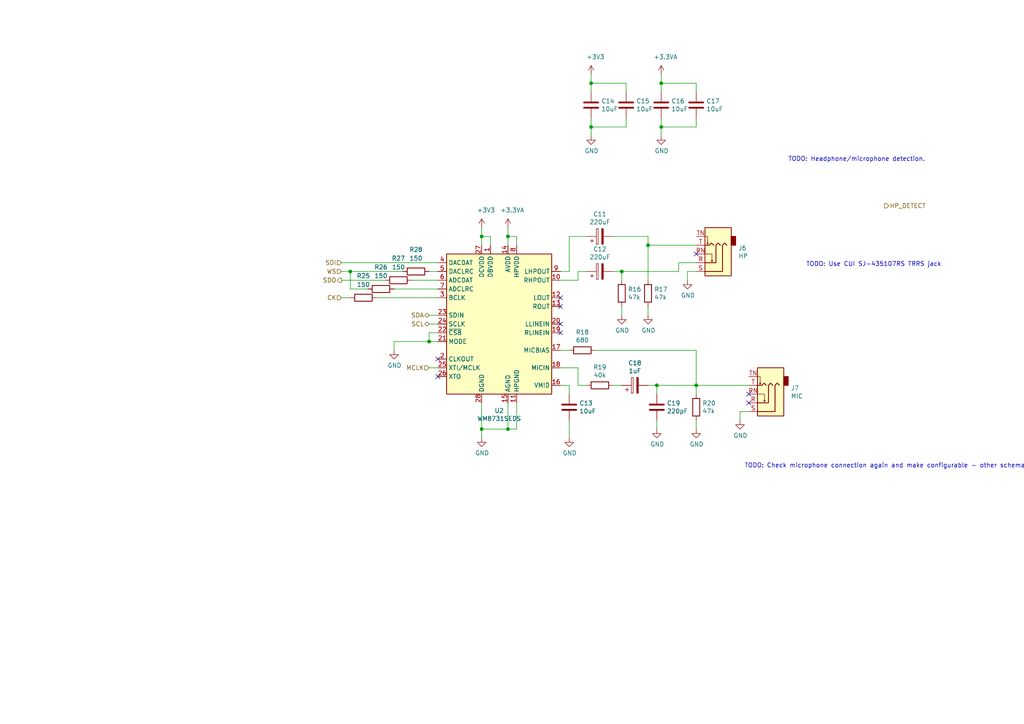
<source format=kicad_sch>
(kicad_sch (version 20201015) (generator eeschema)
  (page 1 7)
  (paper "A4")
  (lib_symbols
    (symbol "Audio:WM8731SEDS"
      (property "Reference" "U" (at -13.97 21.59 0))
      (property "Value" "WM8731SEDS" (at 0 5.08 0))
      (symbol "WM8731SEDS_0_1"
        (rectangle (start -15.24 20.32) (end 15.24 -20.32) (stroke (width 0.254)) (fill (type background)))
      )
      (symbol "WM8731SEDS_1_1"
        (pin power_in line (at -2.54 22.86 270) (length 2.54) (name "DBVDD") (number "1"))
        (pin output line (at 17.78 12.7 180) (length 2.54) (name "RHPOUT") (number "10"))
        (pin power_in line (at 5.08 -22.86 90) (length 2.54) (name "HPGND") (number "11"))
        (pin output line (at 17.78 7.62 180) (length 2.54) (name "LOUT") (number "12"))
        (pin output line (at 17.78 5.08 180) (length 2.54) (name "ROUT") (number "13"))
        (pin power_in line (at 2.54 22.86 270) (length 2.54) (name "AVDD") (number "14"))
        (pin power_in line (at 2.54 -22.86 90) (length 2.54) (name "AGND") (number "15"))
        (pin passive line (at 17.78 -17.78 180) (length 2.54) (name "VMID") (number "16"))
        (pin output line (at 17.78 -7.62 180) (length 2.54) (name "MICBIAS") (number "17"))
        (pin input line (at 17.78 -12.7 180) (length 2.54) (name "MICIN") (number "18"))
        (pin input line (at 17.78 -2.54 180) (length 2.54) (name "RLINEIN") (number "19"))
        (pin output line (at -17.78 -10.16 0) (length 2.54) (name "CLKOUT") (number "2"))
        (pin input line (at 17.78 0 180) (length 2.54) (name "LLINEIN") (number "20"))
        (pin input line (at -17.78 -5.08 0) (length 2.54) (name "MODE") (number "21"))
        (pin input line (at -17.78 -2.54 0) (length 2.54) (name "~CSB") (number "22"))
        (pin bidirectional line (at -17.78 2.54 0) (length 2.54) (name "SDIN") (number "23"))
        (pin input line (at -17.78 0 0) (length 2.54) (name "SCLK") (number "24"))
        (pin input line (at -17.78 -12.7 0) (length 2.54) (name "XTI/MCLK") (number "25"))
        (pin output line (at -17.78 -15.24 0) (length 2.54) (name "XTO") (number "26"))
        (pin power_in line (at -5.08 22.86 270) (length 2.54) (name "DCVDD") (number "27"))
        (pin power_in line (at -5.08 -22.86 90) (length 2.54) (name "DGND") (number "28"))
        (pin bidirectional line (at -17.78 7.62 0) (length 2.54) (name "BCLK") (number "3"))
        (pin input line (at -17.78 17.78 0) (length 2.54) (name "DACDAT") (number "4"))
        (pin bidirectional line (at -17.78 15.24 0) (length 2.54) (name "DACLRC") (number "5"))
        (pin output line (at -17.78 12.7 0) (length 2.54) (name "ADCDAT") (number "6"))
        (pin bidirectional line (at -17.78 10.16 0) (length 2.54) (name "ADCLRC") (number "7"))
        (pin power_in line (at 5.08 22.86 270) (length 2.54) (name "HPVDD") (number "8"))
        (pin output line (at 17.78 15.24 180) (length 2.54) (name "LHPOUT") (number "9"))
      )
    )
    (symbol "Connector:AudioJack3_SwitchTR"
      (property "Reference" "J" (at 0 8.89 0))
      (property "Value" "AudioJack3_SwitchTR" (at 0 6.35 0))
      (symbol "AudioJack3_SwitchTR_0_1"
        (rectangle (start -5.08 -5.08) (end -6.35 -7.62) (stroke (width 0.254)) (fill (type outline)))
        (rectangle (start 2.54 3.81) (end -5.08 -10.16) (stroke (width 0.254)) (fill (type background)))
        (polyline (pts (xy 0.508 -0.254) (xy 0.762 -0.762)))
        (polyline (pts (xy 1.778 -5.334) (xy 2.032 -5.842)))
        (polyline (pts (xy 0 -5.08) (xy 0.635 -5.715) (xy 1.27 -5.08) (xy 2.54 -5.08)) (stroke (width 0.254)))
        (polyline (pts (xy 2.54 -7.62) (xy 1.778 -7.62) (xy 1.778 -5.334) (xy 1.524 -5.842)))
        (polyline (pts (xy 2.54 -2.54) (xy 0.508 -2.54) (xy 0.508 -0.254) (xy 0.254 -0.762)))
        (polyline (pts (xy -1.905 -5.08) (xy -1.27 -5.715) (xy -0.635 -5.08) (xy -0.635 0) (xy 2.54 0)) (stroke (width 0.254)))
        (polyline (pts (xy 2.54 2.54) (xy -2.54 2.54) (xy -2.54 -5.08) (xy -3.175 -5.715) (xy -3.81 -5.08)) (stroke (width 0.254)))
      )
      (symbol "AudioJack3_SwitchTR_1_1"
        (pin passive line (at 5.08 0 180) (length 2.54) (name "~") (number "R"))
        (pin passive line (at 5.08 -2.54 180) (length 2.54) (name "~") (number "RN"))
        (pin passive line (at 5.08 2.54 180) (length 2.54) (name "~") (number "S"))
        (pin passive line (at 5.08 -5.08 180) (length 2.54) (name "~") (number "T"))
        (pin passive line (at 5.08 -7.62 180) (length 2.54) (name "~") (number "TN"))
      )
    )
    (symbol "Device:C" (pin_numbers hide) (pin_names (offset 0.254))
      (property "Reference" "C" (at 0.635 2.54 0))
      (property "Value" "C" (at 0.635 -2.54 0))
      (symbol "C_0_1"
        (polyline (pts (xy -2.032 -0.762) (xy 2.032 -0.762)) (stroke (width 0.508)))
        (polyline (pts (xy -2.032 0.762) (xy 2.032 0.762)) (stroke (width 0.508)))
      )
      (symbol "C_1_1"
        (pin passive line (at 0 3.81 270) (length 2.794) (name "~") (number "1"))
        (pin passive line (at 0 -3.81 90) (length 2.794) (name "~") (number "2"))
      )
    )
    (symbol "Device:C_Polarized" (pin_numbers hide) (pin_names (offset 0.254))
      (property "Reference" "C" (at 0.635 2.54 0))
      (property "Value" "C_Polarized" (at 0.635 -2.54 0))
      (symbol "C_Polarized_0_1"
        (rectangle (start -2.286 0.508) (end 2.286 1.016))
        (rectangle (start 2.286 -0.508) (end -2.286 -1.016) (fill (type outline)))
        (polyline (pts (xy -1.778 2.286) (xy -0.762 2.286)))
        (polyline (pts (xy -1.27 2.794) (xy -1.27 1.778)))
      )
      (symbol "C_Polarized_1_1"
        (pin passive line (at 0 3.81 270) (length 2.794) (name "~") (number "1"))
        (pin passive line (at 0 -3.81 90) (length 2.794) (name "~") (number "2"))
      )
    )
    (symbol "Device:R" (pin_numbers hide) (pin_names (offset 0))
      (property "Reference" "R" (at 2.032 0 90))
      (property "Value" "R" (at 0 0 90))
      (symbol "R_0_1"
        (rectangle (start -1.016 -2.54) (end 1.016 2.54) (stroke (width 0.254)))
      )
      (symbol "R_1_1"
        (pin passive line (at 0 3.81 270) (length 1.27) (name "~") (number "1"))
        (pin passive line (at 0 -3.81 90) (length 1.27) (name "~") (number "2"))
      )
    )
    (symbol "power:+3.3VA" (power) (pin_names (offset 0))
      (property "Value" "+3.3VA" (at 0 3.556 0))
      (symbol "+3.3VA_0_1"
        (polyline (pts (xy -0.762 1.27) (xy 0 2.54)))
        (polyline (pts (xy 0 0) (xy 0 2.54)))
        (polyline (pts (xy 0 2.54) (xy 0.762 1.27)))
      )
      (symbol "+3.3VA_1_1"
        (pin power_in line (at 0 0 90) (length 0) hide (name "+3.3VA") (number "1"))
      )
    )
    (symbol "power:+3V3" (power) (pin_names (offset 0))
      (property "Value" "+3V3" (at 0 3.556 0))
      (symbol "+3V3_0_1"
        (polyline (pts (xy -0.762 1.27) (xy 0 2.54)))
        (polyline (pts (xy 0 0) (xy 0 2.54)))
        (polyline (pts (xy 0 2.54) (xy 0.762 1.27)))
      )
      (symbol "+3V3_1_1"
        (pin power_in line (at 0 0 90) (length 0) hide (name "+3V3") (number "1"))
      )
    )
    (symbol "power:GND" (power) (pin_names (offset 0))
      (property "Value" "GND" (at 0 -3.81 0))
      (symbol "GND_0_1"
        (polyline (pts (xy 0 0) (xy 0 -1.27) (xy 1.27 -1.27) (xy 0 -2.54) (xy -1.27 -1.27) (xy 0 -1.27)))
      )
      (symbol "GND_1_1"
        (pin power_in line (at 0 0 270) (length 0) hide (name "GND") (number "1"))
      )
    )
  )
  (junction (at 101.6 78.74) (diameter 0.9144))
  (junction (at 124.46 99.06) (diameter 0.9144))
  (junction (at 139.7 68.58) (diameter 0.9144))
  (junction (at 139.7 124.46) (diameter 0.9144))
  (junction (at 147.32 68.58) (diameter 0.9144))
  (junction (at 147.32 124.46) (diameter 0.9144))
  (junction (at 171.45 24.13) (diameter 0.9144))
  (junction (at 171.45 36.83) (diameter 0.9144))
  (junction (at 180.34 78.74) (diameter 0.9144))
  (junction (at 187.96 71.12) (diameter 0.9144))
  (junction (at 190.5 111.76) (diameter 0.9144))
  (junction (at 191.77 24.13) (diameter 0.9144))
  (junction (at 191.77 36.83) (diameter 0.9144))
  (junction (at 201.93 111.76) (diameter 0.9144))
  (no_connect (at 217.17 116.84))
  (no_connect (at 162.56 86.36))
  (no_connect (at 217.17 114.3))
  (no_connect (at 162.56 93.98))
  (no_connect (at 162.56 88.9))
  (no_connect (at 127 109.22))
  (no_connect (at 162.56 96.52))
  (no_connect (at 201.93 73.66))
  (no_connect (at 127 104.14))
  (wire (pts (xy 99.06 76.2) (xy 127 76.2)))
  (wire (pts (xy 99.06 78.74) (xy 101.6 78.74)))
  (wire (pts (xy 99.06 81.28) (xy 111.76 81.28)))
  (wire (pts (xy 99.06 86.36) (xy 101.6 86.36)))
  (wire (pts (xy 101.6 78.74) (xy 101.6 83.82)))
  (wire (pts (xy 101.6 78.74) (xy 116.84 78.74)))
  (wire (pts (xy 101.6 83.82) (xy 106.68 83.82)))
  (wire (pts (xy 109.22 86.36) (xy 127 86.36)))
  (wire (pts (xy 114.3 83.82) (xy 127 83.82)))
  (wire (pts (xy 114.3 99.06) (xy 124.46 99.06)))
  (wire (pts (xy 114.3 101.6) (xy 114.3 99.06)))
  (wire (pts (xy 119.38 81.28) (xy 127 81.28)))
  (wire (pts (xy 124.46 78.74) (xy 127 78.74)))
  (wire (pts (xy 124.46 91.44) (xy 127 91.44)))
  (wire (pts (xy 124.46 93.98) (xy 127 93.98)))
  (wire (pts (xy 124.46 96.52) (xy 124.46 99.06)))
  (wire (pts (xy 124.46 99.06) (xy 127 99.06)))
  (wire (pts (xy 124.46 106.68) (xy 127 106.68)))
  (wire (pts (xy 127 96.52) (xy 124.46 96.52)))
  (wire (pts (xy 139.7 66.04) (xy 139.7 68.58)))
  (wire (pts (xy 139.7 68.58) (xy 142.24 68.58)))
  (wire (pts (xy 139.7 71.12) (xy 139.7 68.58)))
  (wire (pts (xy 139.7 124.46) (xy 139.7 116.84)))
  (wire (pts (xy 139.7 124.46) (xy 139.7 127)))
  (wire (pts (xy 142.24 71.12) (xy 142.24 68.58)))
  (wire (pts (xy 147.32 66.04) (xy 147.32 68.58)))
  (wire (pts (xy 147.32 68.58) (xy 149.86 68.58)))
  (wire (pts (xy 147.32 71.12) (xy 147.32 68.58)))
  (wire (pts (xy 147.32 116.84) (xy 147.32 124.46)))
  (wire (pts (xy 147.32 124.46) (xy 139.7 124.46)))
  (wire (pts (xy 149.86 68.58) (xy 149.86 71.12)))
  (wire (pts (xy 149.86 116.84) (xy 149.86 124.46)))
  (wire (pts (xy 149.86 124.46) (xy 147.32 124.46)))
  (wire (pts (xy 162.56 78.74) (xy 165.1 78.74)))
  (wire (pts (xy 162.56 81.28) (xy 167.64 81.28)))
  (wire (pts (xy 162.56 101.6) (xy 165.1 101.6)))
  (wire (pts (xy 162.56 106.68) (xy 167.64 106.68)))
  (wire (pts (xy 162.56 111.76) (xy 165.1 111.76)))
  (wire (pts (xy 165.1 68.58) (xy 170.18 68.58)))
  (wire (pts (xy 165.1 78.74) (xy 165.1 68.58)))
  (wire (pts (xy 165.1 114.3) (xy 165.1 111.76)))
  (wire (pts (xy 165.1 121.92) (xy 165.1 127)))
  (wire (pts (xy 167.64 78.74) (xy 170.18 78.74)))
  (wire (pts (xy 167.64 81.28) (xy 167.64 78.74)))
  (wire (pts (xy 167.64 106.68) (xy 167.64 111.76)))
  (wire (pts (xy 167.64 111.76) (xy 170.18 111.76)))
  (wire (pts (xy 171.45 21.59) (xy 171.45 24.13)))
  (wire (pts (xy 171.45 24.13) (xy 181.61 24.13)))
  (wire (pts (xy 171.45 26.67) (xy 171.45 24.13)))
  (wire (pts (xy 171.45 34.29) (xy 171.45 36.83)))
  (wire (pts (xy 171.45 36.83) (xy 171.45 39.37)))
  (wire (pts (xy 171.45 36.83) (xy 181.61 36.83)))
  (wire (pts (xy 177.8 68.58) (xy 187.96 68.58)))
  (wire (pts (xy 177.8 78.74) (xy 180.34 78.74)))
  (wire (pts (xy 177.8 111.76) (xy 180.34 111.76)))
  (wire (pts (xy 180.34 78.74) (xy 180.34 81.28)))
  (wire (pts (xy 180.34 88.9) (xy 180.34 91.44)))
  (wire (pts (xy 181.61 26.67) (xy 181.61 24.13)))
  (wire (pts (xy 181.61 34.29) (xy 181.61 36.83)))
  (wire (pts (xy 187.96 68.58) (xy 187.96 71.12)))
  (wire (pts (xy 187.96 71.12) (xy 187.96 81.28)))
  (wire (pts (xy 187.96 91.44) (xy 187.96 88.9)))
  (wire (pts (xy 187.96 111.76) (xy 190.5 111.76)))
  (wire (pts (xy 190.5 111.76) (xy 190.5 114.3)))
  (wire (pts (xy 190.5 121.92) (xy 190.5 124.46)))
  (wire (pts (xy 191.77 21.59) (xy 191.77 24.13)))
  (wire (pts (xy 191.77 24.13) (xy 201.93 24.13)))
  (wire (pts (xy 191.77 26.67) (xy 191.77 24.13)))
  (wire (pts (xy 191.77 36.83) (xy 191.77 34.29)))
  (wire (pts (xy 191.77 36.83) (xy 191.77 39.37)))
  (wire (pts (xy 191.77 36.83) (xy 201.93 36.83)))
  (wire (pts (xy 196.85 76.2) (xy 196.85 78.74)))
  (wire (pts (xy 196.85 78.74) (xy 180.34 78.74)))
  (wire (pts (xy 199.39 78.74) (xy 199.39 81.28)))
  (wire (pts (xy 201.93 24.13) (xy 201.93 26.67)))
  (wire (pts (xy 201.93 36.83) (xy 201.93 34.29)))
  (wire (pts (xy 201.93 71.12) (xy 187.96 71.12)))
  (wire (pts (xy 201.93 76.2) (xy 196.85 76.2)))
  (wire (pts (xy 201.93 78.74) (xy 199.39 78.74)))
  (wire (pts (xy 201.93 101.6) (xy 172.72 101.6)))
  (wire (pts (xy 201.93 111.76) (xy 190.5 111.76)))
  (wire (pts (xy 201.93 111.76) (xy 201.93 101.6)))
  (wire (pts (xy 201.93 114.3) (xy 201.93 111.76)))
  (wire (pts (xy 201.93 124.46) (xy 201.93 121.92)))
  (wire (pts (xy 214.63 119.38) (xy 214.63 121.92)))
  (wire (pts (xy 217.17 111.76) (xy 201.93 111.76)))
  (wire (pts (xy 217.17 119.38) (xy 214.63 119.38)))
  (text "TODO: Check microphone connection again and make configurable - other schematics connect only the ring!" (at 215.9 135.89 0) (effects (font (size 1.27 1.27)) (justify left bottom)))
  (text "TODO: Headphone/microphone detection." (at 228.6 46.99 0) (effects (font (size 1.27 1.27)) (justify left bottom)))
  (text "TODO: Use CUI SJ-435107RS TRRS jack" (at 273.05 77.47 180) (effects (font (size 1.27 1.27)) (justify right bottom)))
  (hierarchical_label "SDI" (shape input) (at 99.06 76.2 180))
  (hierarchical_label "WS" (shape input) (at 99.06 78.74 180))
  (hierarchical_label "SDO" (shape output) (at 99.06 81.28 180))
  (hierarchical_label "CK" (shape input) (at 99.06 86.36 180))
  (hierarchical_label "SDA" (shape bidirectional) (at 124.46 91.44 180))
  (hierarchical_label "SCL" (shape bidirectional) (at 124.46 93.98 180))
  (hierarchical_label "MCLK" (shape input) (at 124.46 106.68 180))
  (hierarchical_label "HP_DETECT" (shape output) (at 256.54 59.69 0))
  (symbol (lib_id "power:+3V3") (at 139.7 66.04 0) (unit 1)
    (property "Reference" "#PWR0154" (effects hide))
    (property "Value" "+3V3" (at 140.97 60.96 0))
  )
  (symbol (lib_id "power:+3.3VA") (at 147.32 66.04 0) (unit 1)
    (property "Reference" "#PWR0155" (effects hide))
    (property "Value" "+3.3VA" (at 148.59 60.96 0))
  )
  (symbol (lib_id "power:+3V3") (at 171.45 21.59 0) (unit 1)
    (property "Reference" "#PWR0153" (effects hide))
    (property "Value" "+3V3" (at 172.72 16.51 0))
  )
  (symbol (lib_id "power:+3.3VA") (at 191.77 21.59 0) (unit 1)
    (property "Reference" "#PWR0151" (effects hide))
    (property "Value" "+3.3VA" (at 193.04 16.51 0))
  )
  (symbol (lib_id "power:GND") (at 114.3 101.6 0) (unit 1)
    (property "Reference" "#PWR0156" (effects hide))
    (property "Value" "GND" (at 114.427 105.9942 0))
  )
  (symbol (lib_id "power:GND") (at 139.7 127 0) (unit 1)
    (property "Reference" "#PWR0119" (effects hide))
    (property "Value" "GND" (at 139.827 131.3942 0))
  )
  (symbol (lib_id "power:GND") (at 165.1 127 0) (unit 1)
    (property "Reference" "#PWR0120" (effects hide))
    (property "Value" "GND" (at 165.227 131.3942 0))
  )
  (symbol (lib_id "power:GND") (at 171.45 39.37 0) (unit 1)
    (property "Reference" "#PWR0121" (effects hide))
    (property "Value" "GND" (at 171.577 43.7642 0))
  )
  (symbol (lib_id "power:GND") (at 180.34 91.44 0) (unit 1)
    (property "Reference" "#PWR0122" (effects hide))
    (property "Value" "GND" (at 180.467 95.8342 0))
  )
  (symbol (lib_id "power:GND") (at 187.96 91.44 0) (unit 1)
    (property "Reference" "#PWR0123" (effects hide))
    (property "Value" "GND" (at 188.087 95.8342 0))
  )
  (symbol (lib_id "power:GND") (at 190.5 124.46 0) (unit 1)
    (property "Reference" "#PWR0125" (effects hide))
    (property "Value" "GND" (at 190.627 128.8542 0))
  )
  (symbol (lib_id "power:GND") (at 191.77 39.37 0) (unit 1)
    (property "Reference" "#PWR0152" (effects hide))
    (property "Value" "GND" (at 191.897 43.7642 0))
  )
  (symbol (lib_id "power:GND") (at 199.39 81.28 0) (unit 1)
    (property "Reference" "#PWR0124" (effects hide))
    (property "Value" "GND" (at 199.517 85.6742 0))
  )
  (symbol (lib_id "power:GND") (at 201.93 124.46 0) (unit 1)
    (property "Reference" "#PWR0126" (effects hide))
    (property "Value" "GND" (at 202.057 128.8542 0))
  )
  (symbol (lib_id "power:GND") (at 214.63 121.92 0) (unit 1)
    (property "Reference" "#PWR0127" (effects hide))
    (property "Value" "GND" (at 214.757 126.3142 0))
  )
  (symbol (lib_id "Device:R") (at 105.41 86.36 90) (unit 1)
    (property "Reference" "R25" (at 105.41 80.01 90))
    (property "Value" "150" (at 105.41 82.55 90))
    (property "Footprint" "Resistor_SMD:R_0603_1608Metric" (effects hide))
  )
  (symbol (lib_id "Device:R") (at 110.49 83.82 90) (unit 1)
    (property "Reference" "R26" (at 110.49 77.47 90))
    (property "Value" "150" (at 110.49 80.01 90))
    (property "Footprint" "Resistor_SMD:R_0603_1608Metric" (effects hide))
  )
  (symbol (lib_id "Device:R") (at 115.57 81.28 90) (unit 1)
    (property "Reference" "R27" (at 115.57 74.93 90))
    (property "Value" "150" (at 115.57 77.47 90))
    (property "Footprint" "Resistor_SMD:R_0603_1608Metric" (effects hide))
  )
  (symbol (lib_id "Device:R") (at 120.65 78.74 90) (unit 1)
    (property "Reference" "R28" (at 120.65 72.39 90))
    (property "Value" "150" (at 120.65 74.93 90))
    (property "Footprint" "Resistor_SMD:R_0603_1608Metric" (effects hide))
  )
  (symbol (lib_id "Device:R") (at 168.91 101.6 270) (unit 1)
    (property "Reference" "R18" (at 168.91 96.3422 90))
    (property "Value" "680" (at 168.91 98.6536 90))
    (property "Footprint" "Resistor_SMD:R_0603_1608Metric" (effects hide))
  )
  (symbol (lib_id "Device:R") (at 173.99 111.76 270) (unit 1)
    (property "Reference" "R19" (at 173.99 106.5022 90))
    (property "Value" "40k" (at 173.99 108.8136 90))
    (property "Footprint" "Resistor_SMD:R_0603_1608Metric" (effects hide))
  )
  (symbol (lib_id "Device:R") (at 180.34 85.09 0) (unit 1)
    (property "Reference" "R16" (at 182.118 83.9216 0) (effects (justify left)))
    (property "Value" "47k" (at 182.118 86.233 0) (effects (justify left)))
    (property "Footprint" "Resistor_SMD:R_0603_1608Metric" (effects hide))
  )
  (symbol (lib_id "Device:R") (at 187.96 85.09 0) (unit 1)
    (property "Reference" "R17" (at 189.738 83.9216 0) (effects (justify left)))
    (property "Value" "47k" (at 189.738 86.233 0) (effects (justify left)))
    (property "Footprint" "Resistor_SMD:R_0603_1608Metric" (effects hide))
  )
  (symbol (lib_id "Device:R") (at 201.93 118.11 0) (unit 1)
    (property "Reference" "R20" (at 203.708 116.9416 0) (effects (justify left)))
    (property "Value" "47k" (at 203.708 119.253 0) (effects (justify left)))
    (property "Footprint" "Resistor_SMD:R_0603_1608Metric" (effects hide))
  )
  (symbol (lib_id "Device:C") (at 165.1 118.11 0) (unit 1)
    (property "Reference" "C13" (at 168.021 116.9416 0) (effects (justify left)))
    (property "Value" "10uF" (at 168.021 119.253 0) (effects (justify left)))
    (property "Footprint" "Capacitor_SMD:C_0805_2012Metric" (effects hide))
    (property "Part Name" "Taiyo Yuden LMK212F106ZG-T" (effects hide))
  )
  (symbol (lib_id "Device:C") (at 171.45 30.48 0) (unit 1)
    (property "Reference" "C14" (at 174.371 29.3116 0) (effects (justify left)))
    (property "Value" "10uF" (at 174.371 31.623 0) (effects (justify left)))
    (property "Footprint" "Capacitor_SMD:C_0805_2012Metric" (effects hide))
    (property "Part Name" "Taiyo Yuden LMK212F106ZG-T" (effects hide))
  )
  (symbol (lib_id "Device:C_Polarized") (at 173.99 68.58 90) (unit 1)
    (property "Reference" "C11" (at 173.99 62.103 90))
    (property "Value" "220uF" (at 173.99 64.4144 90))
    (property "Footprint" "Capacitor_SMD:CP_Elec_6.3x7.7" (effects hide))
  )
  (symbol (lib_id "Device:C_Polarized") (at 173.99 78.74 90) (unit 1)
    (property "Reference" "C12" (at 173.99 72.263 90))
    (property "Value" "220uF" (at 173.99 74.5744 90))
    (property "Footprint" "Capacitor_SMD:CP_Elec_6.3x7.7" (effects hide))
  )
  (symbol (lib_id "Device:C") (at 181.61 30.48 0) (unit 1)
    (property "Reference" "C15" (at 184.531 29.3116 0) (effects (justify left)))
    (property "Value" "10uF" (at 184.531 31.623 0) (effects (justify left)))
    (property "Footprint" "Capacitor_SMD:C_0805_2012Metric" (effects hide))
    (property "Part Name" "Taiyo Yuden LMK212F106ZG-T" (effects hide))
  )
  (symbol (lib_id "Device:C_Polarized") (at 184.15 111.76 90) (unit 1)
    (property "Reference" "C18" (at 184.15 105.283 90))
    (property "Value" "1uF" (at 184.15 107.5944 90))
    (property "Footprint" "Capacitor_SMD:CP_Elec_4x5.4" (effects hide))
  )
  (symbol (lib_id "Device:C") (at 190.5 118.11 0) (unit 1)
    (property "Reference" "C19" (at 193.421 116.9416 0) (effects (justify left)))
    (property "Value" "220pF" (at 193.421 119.253 0) (effects (justify left)))
    (property "Footprint" "Capacitor_SMD:C_0603_1608Metric" (effects hide))
    (property "Part Name" "Vishay VJ0603A221JNAAO" (effects hide))
  )
  (symbol (lib_id "Device:C") (at 191.77 30.48 0) (unit 1)
    (property "Reference" "C16" (at 194.691 29.3116 0) (effects (justify left)))
    (property "Value" "10uF" (at 194.691 31.623 0) (effects (justify left)))
    (property "Footprint" "Capacitor_SMD:C_0805_2012Metric" (effects hide))
    (property "Part Name" "Taiyo Yuden LMK212F106ZG-T" (effects hide))
  )
  (symbol (lib_id "Device:C") (at 201.93 30.48 0) (unit 1)
    (property "Reference" "C17" (at 204.851 29.3116 0) (effects (justify left)))
    (property "Value" "10uF" (at 204.851 31.623 0) (effects (justify left)))
    (property "Footprint" "Capacitor_SMD:C_0805_2012Metric" (effects hide))
    (property "Part Name" "Taiyo Yuden LMK212F106ZG-T" (effects hide))
  )
  (symbol (lib_id "Connector:AudioJack3_SwitchTR") (at 207.01 76.2 180) (unit 1)
    (property "Reference" "J6" (at 214.122 71.9582 0) (effects (justify right)))
    (property "Value" "HP" (at 214.122 74.2696 0) (effects (justify right)))
    (property "Footprint" "HackAmp-Footprints:Jack_3.5mm_Switchcraft_35RASMT4BHNTRX_Horizontal" (effects hide))
    (property "Part Name" "Switchcraft 35RASMT4BHNTRX" (effects hide))
  )
  (symbol (lib_id "Connector:AudioJack3_SwitchTR") (at 222.25 116.84 180) (unit 1)
    (property "Reference" "J7" (at 229.362 112.5982 0) (effects (justify right)))
    (property "Value" "MIC" (at 229.362 114.9096 0) (effects (justify right)))
    (property "Footprint" "HackAmp-Footprints:Jack_3.5mm_Switchcraft_35RASMT4BHNTRX_Horizontal" (effects hide))
    (property "Part Name" "Switchcraft 35RASMT4BHNTRX" (effects hide))
  )
  (symbol (lib_id "Audio:WM8731SEDS") (at 144.78 93.98 0) (unit 1)
    (property "Reference" "U2" (at 144.78 119.1006 0))
    (property "Value" "WM8731SEDS" (at 144.78 121.412 0))
    (property "Footprint" "Package_SO:SSOP-28_5.3x10.2mm_P0.65mm" (effects hide))
    (property "Datasheet" "https://statics.cirrus.com/pubs/proDatasheet/WM8731_v4.9.pdf" (effects hide))
  )
)
</source>
